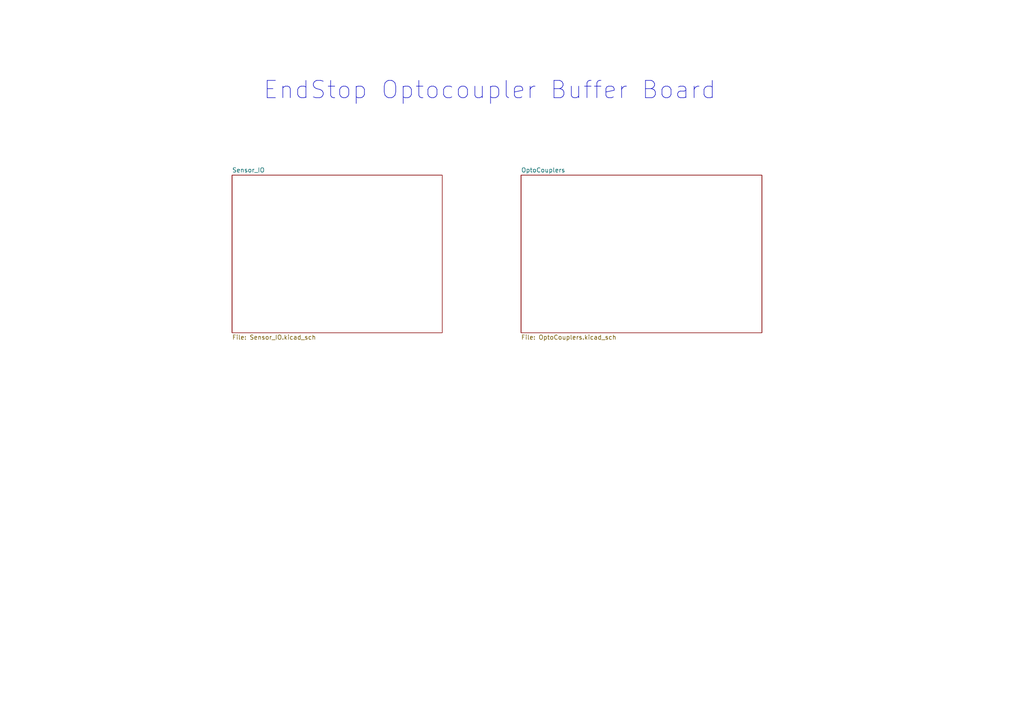
<source format=kicad_sch>
(kicad_sch (version 20211123) (generator eeschema)
  (paper "A4")
  (title_block (title "EndStop Optocoupler Buffer Board"))
  (lib_symbols)
  (text "EndStop Optocoupler Buffer Board" (at 76.2 29.21 0) (effects (font (size 5.02 5.02)) (justify left bottom)))
  (sheet (at 67.31 50.8) (size 60.96 45.72) (stroke (width 0.1524))
    (property "Sheet name" "Sensor_IO" (at 67.31 50.0884 0) (effects (justify left bottom)))
    (property "Sheet file" "Sensor_IO.kicad_sch" (at 67.31 97.1046 0) (effects (justify left top)))
  )
  (sheet (at 151.13 50.8) (size 69.85 45.72) (stroke (width 0.1524))
    (property "Sheet name" "OptoCouplers" (at 151.13 50.0884 0) (effects (justify left bottom)))
    (property "Sheet file" "OptoCouplers.kicad_sch" (at 151.13 97.1046 0) (effects (justify left top)))
  )
)
</source>
